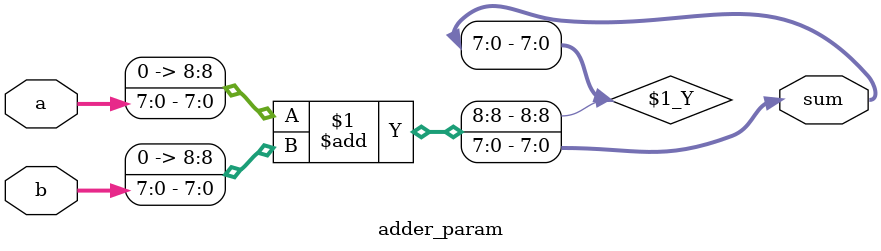
<source format=sv>
`timescale 1ns / 1ps


module adder_param #(parameter N = 8)(
        input logic [N-1:0] a, b,
        output logic [N-1:0] sum
    );
    
    assign sum = {1'b0, a} + {1'b0, b};
endmodule

</source>
